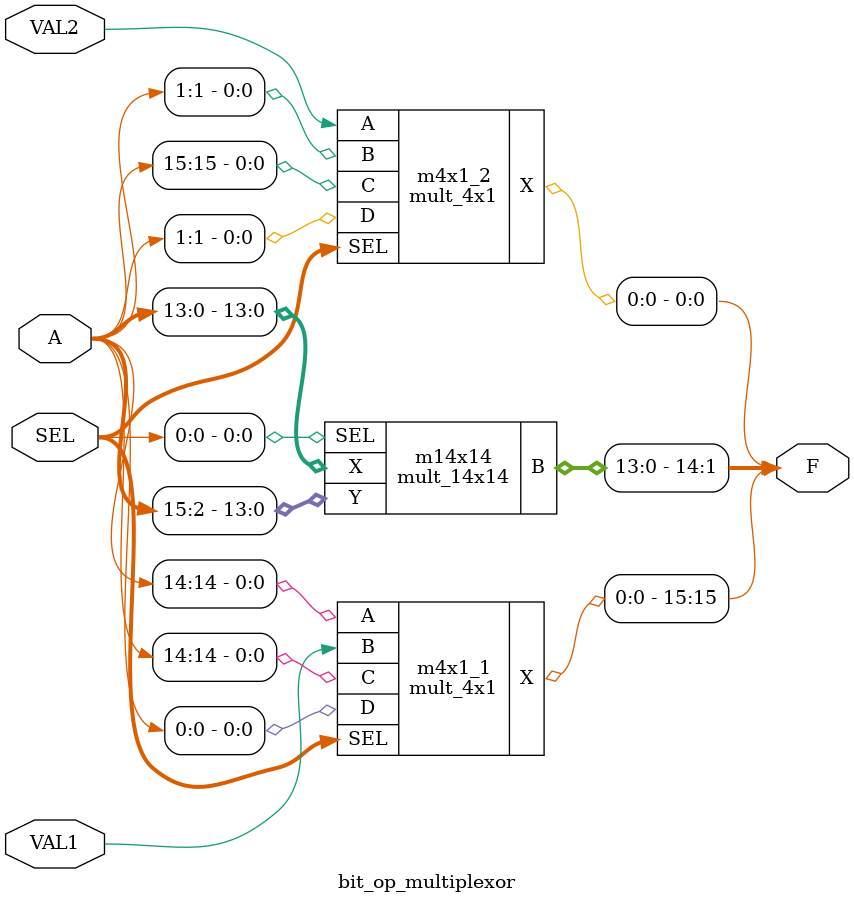
<source format=v>
module mult_14x14(output reg [13:0] B, input [13:0] X, input [13:0] Y, input SEL);
	always begin
		if (~SEL)
			B = X;
		else
			B = Y;
	end
endmodule

module mult_4x1(output reg X, input A, input B, input C, input D, input [1:0] SEL);
	always begin
		case (SEL)
			0: X = A;
			1: X = B;
			2: X = C;
			3: X = D;
		endcase
	end
endmodule

module bit_op_multiplexor(output [15:0] F, input [15:0] A, input VAL1, input VAL2, input [1:0] SEL);
	mult_14x14 m14x14(F[14:1], A[13:0], A[15:2], SEL[0]);
	mult_4x1 m4x1_1(F[15], A[14], VAL1, A[14], A[0], SEL);
	mult_4x1 m4x1_2(F[0], VAL2, A[1], A[15], A[1], SEL);
endmodule

</source>
